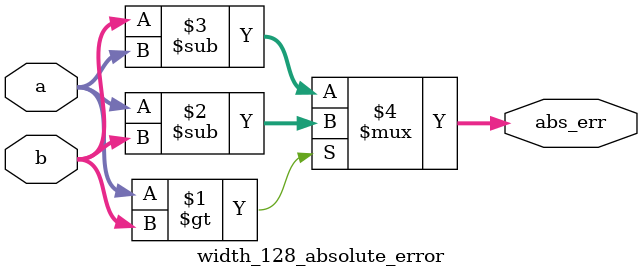
<source format=v>
module width_128_absolute_error(a, b, abs_err);
parameter _bit = 128;
input [_bit - 1: 0] a;
input [_bit - 1: 0] b;
output reg [_bit - 1: 0] abs_err;
assign abs_err = (a > b)? (a - b): (b - a);
endmodule

</source>
